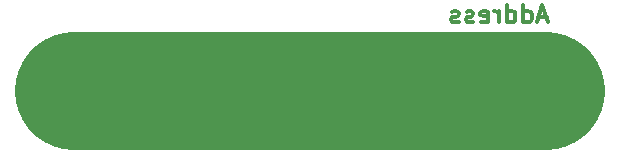
<source format=gbr>
G04 #@! TF.FileFunction,Legend,Bot*
%FSLAX46Y46*%
G04 Gerber Fmt 4.6, Leading zero omitted, Abs format (unit mm)*
G04 Created by KiCad (PCBNEW 4.0.7-e2-6376~58~ubuntu16.04.1) date Thu Jul 12 19:01:00 2018*
%MOMM*%
%LPD*%
G01*
G04 APERTURE LIST*
%ADD10C,0.100000*%
%ADD11C,0.300000*%
%ADD12C,10.000000*%
G04 APERTURE END LIST*
D10*
D11*
X173035714Y-97750000D02*
X172321428Y-97750000D01*
X173178571Y-98178571D02*
X172678571Y-96678571D01*
X172178571Y-98178571D01*
X171035714Y-98178571D02*
X171035714Y-96678571D01*
X171035714Y-98107143D02*
X171178571Y-98178571D01*
X171464285Y-98178571D01*
X171607143Y-98107143D01*
X171678571Y-98035714D01*
X171750000Y-97892857D01*
X171750000Y-97464286D01*
X171678571Y-97321429D01*
X171607143Y-97250000D01*
X171464285Y-97178571D01*
X171178571Y-97178571D01*
X171035714Y-97250000D01*
X169678571Y-98178571D02*
X169678571Y-96678571D01*
X169678571Y-98107143D02*
X169821428Y-98178571D01*
X170107142Y-98178571D01*
X170250000Y-98107143D01*
X170321428Y-98035714D01*
X170392857Y-97892857D01*
X170392857Y-97464286D01*
X170321428Y-97321429D01*
X170250000Y-97250000D01*
X170107142Y-97178571D01*
X169821428Y-97178571D01*
X169678571Y-97250000D01*
X168964285Y-98178571D02*
X168964285Y-97178571D01*
X168964285Y-97464286D02*
X168892857Y-97321429D01*
X168821428Y-97250000D01*
X168678571Y-97178571D01*
X168535714Y-97178571D01*
X167464286Y-98107143D02*
X167607143Y-98178571D01*
X167892857Y-98178571D01*
X168035714Y-98107143D01*
X168107143Y-97964286D01*
X168107143Y-97392857D01*
X168035714Y-97250000D01*
X167892857Y-97178571D01*
X167607143Y-97178571D01*
X167464286Y-97250000D01*
X167392857Y-97392857D01*
X167392857Y-97535714D01*
X168107143Y-97678571D01*
X166821429Y-98107143D02*
X166678572Y-98178571D01*
X166392857Y-98178571D01*
X166250000Y-98107143D01*
X166178572Y-97964286D01*
X166178572Y-97892857D01*
X166250000Y-97750000D01*
X166392857Y-97678571D01*
X166607143Y-97678571D01*
X166750000Y-97607143D01*
X166821429Y-97464286D01*
X166821429Y-97392857D01*
X166750000Y-97250000D01*
X166607143Y-97178571D01*
X166392857Y-97178571D01*
X166250000Y-97250000D01*
X165607143Y-98107143D02*
X165464286Y-98178571D01*
X165178571Y-98178571D01*
X165035714Y-98107143D01*
X164964286Y-97964286D01*
X164964286Y-97892857D01*
X165035714Y-97750000D01*
X165178571Y-97678571D01*
X165392857Y-97678571D01*
X165535714Y-97607143D01*
X165607143Y-97464286D01*
X165607143Y-97392857D01*
X165535714Y-97250000D01*
X165392857Y-97178571D01*
X165178571Y-97178571D01*
X165035714Y-97250000D01*
D12*
X133000000Y-104000000D02*
X173000000Y-104000000D01*
M02*

</source>
